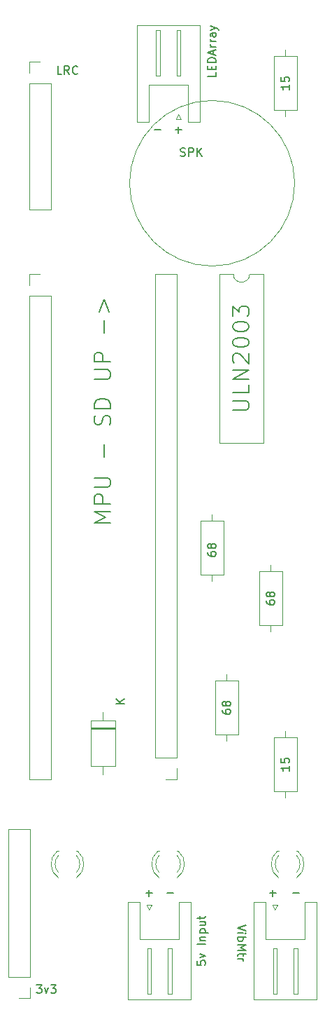
<source format=gto>
G04 #@! TF.GenerationSoftware,KiCad,Pcbnew,(5.1.10-1-10_14)*
G04 #@! TF.CreationDate,2021-07-19T21:53:09+01:00*
G04 #@! TF.ProjectId,sofbpcb,736f6662-7063-4622-9e6b-696361645f70,1*
G04 #@! TF.SameCoordinates,Original*
G04 #@! TF.FileFunction,Legend,Top*
G04 #@! TF.FilePolarity,Positive*
%FSLAX46Y46*%
G04 Gerber Fmt 4.6, Leading zero omitted, Abs format (unit mm)*
G04 Created by KiCad (PCBNEW (5.1.10-1-10_14)) date 2021-07-19 21:53:09*
%MOMM*%
%LPD*%
G01*
G04 APERTURE LIST*
%ADD10C,0.150000*%
%ADD11C,0.120000*%
G04 APERTURE END LIST*
D10*
X107513523Y-42362380D02*
X107037333Y-42362380D01*
X107037333Y-41362380D01*
X108418285Y-42362380D02*
X108084952Y-41886190D01*
X107846857Y-42362380D02*
X107846857Y-41362380D01*
X108227809Y-41362380D01*
X108323047Y-41410000D01*
X108370666Y-41457619D01*
X108418285Y-41552857D01*
X108418285Y-41695714D01*
X108370666Y-41790952D01*
X108323047Y-41838571D01*
X108227809Y-41886190D01*
X107846857Y-41886190D01*
X109418285Y-42267142D02*
X109370666Y-42314761D01*
X109227809Y-42362380D01*
X109132571Y-42362380D01*
X108989714Y-42314761D01*
X108894476Y-42219523D01*
X108846857Y-42124285D01*
X108799238Y-41933809D01*
X108799238Y-41790952D01*
X108846857Y-41600476D01*
X108894476Y-41505238D01*
X108989714Y-41410000D01*
X109132571Y-41362380D01*
X109227809Y-41362380D01*
X109370666Y-41410000D01*
X109418285Y-41457619D01*
X118745047Y-49093428D02*
X119506952Y-49093428D01*
X121285047Y-49093428D02*
X122046952Y-49093428D01*
X121666000Y-49474380D02*
X121666000Y-48712476D01*
X126182380Y-42147809D02*
X126182380Y-42624000D01*
X125182380Y-42624000D01*
X125658571Y-41814476D02*
X125658571Y-41481142D01*
X126182380Y-41338285D02*
X126182380Y-41814476D01*
X125182380Y-41814476D01*
X125182380Y-41338285D01*
X126182380Y-40909714D02*
X125182380Y-40909714D01*
X125182380Y-40671619D01*
X125230000Y-40528761D01*
X125325238Y-40433523D01*
X125420476Y-40385904D01*
X125610952Y-40338285D01*
X125753809Y-40338285D01*
X125944285Y-40385904D01*
X126039523Y-40433523D01*
X126134761Y-40528761D01*
X126182380Y-40671619D01*
X126182380Y-40909714D01*
X125896666Y-39957333D02*
X125896666Y-39481142D01*
X126182380Y-40052571D02*
X125182380Y-39719238D01*
X126182380Y-39385904D01*
X126182380Y-39052571D02*
X125515714Y-39052571D01*
X125706190Y-39052571D02*
X125610952Y-39004952D01*
X125563333Y-38957333D01*
X125515714Y-38862095D01*
X125515714Y-38766857D01*
X126182380Y-38433523D02*
X125515714Y-38433523D01*
X125706190Y-38433523D02*
X125610952Y-38385904D01*
X125563333Y-38338285D01*
X125515714Y-38243047D01*
X125515714Y-38147809D01*
X126182380Y-37385904D02*
X125658571Y-37385904D01*
X125563333Y-37433523D01*
X125515714Y-37528761D01*
X125515714Y-37719238D01*
X125563333Y-37814476D01*
X126134761Y-37385904D02*
X126182380Y-37481142D01*
X126182380Y-37719238D01*
X126134761Y-37814476D01*
X126039523Y-37862095D01*
X125944285Y-37862095D01*
X125849047Y-37814476D01*
X125801428Y-37719238D01*
X125801428Y-37481142D01*
X125753809Y-37385904D01*
X125515714Y-37004952D02*
X126182380Y-36766857D01*
X125515714Y-36528761D02*
X126182380Y-36766857D01*
X126420476Y-36862095D01*
X126468095Y-36909714D01*
X126515714Y-37004952D01*
X135072380Y-43624476D02*
X135072380Y-44195904D01*
X135072380Y-43910190D02*
X134072380Y-43910190D01*
X134215238Y-44005428D01*
X134310476Y-44100666D01*
X134358095Y-44195904D01*
X134072380Y-42719714D02*
X134072380Y-43195904D01*
X134548571Y-43243523D01*
X134500952Y-43195904D01*
X134453333Y-43100666D01*
X134453333Y-42862571D01*
X134500952Y-42767333D01*
X134548571Y-42719714D01*
X134643809Y-42672095D01*
X134881904Y-42672095D01*
X134977142Y-42719714D01*
X135024761Y-42767333D01*
X135072380Y-42862571D01*
X135072380Y-43100666D01*
X135024761Y-43195904D01*
X134977142Y-43243523D01*
X113426761Y-96534190D02*
X111426761Y-96534190D01*
X112855333Y-95867523D01*
X111426761Y-95200857D01*
X113426761Y-95200857D01*
X113426761Y-94248476D02*
X111426761Y-94248476D01*
X111426761Y-93486571D01*
X111522000Y-93296095D01*
X111617238Y-93200857D01*
X111807714Y-93105619D01*
X112093428Y-93105619D01*
X112283904Y-93200857D01*
X112379142Y-93296095D01*
X112474380Y-93486571D01*
X112474380Y-94248476D01*
X111426761Y-92248476D02*
X113045809Y-92248476D01*
X113236285Y-92153238D01*
X113331523Y-92058000D01*
X113426761Y-91867523D01*
X113426761Y-91486571D01*
X113331523Y-91296095D01*
X113236285Y-91200857D01*
X113045809Y-91105619D01*
X111426761Y-91105619D01*
X112664857Y-88629428D02*
X112664857Y-87105619D01*
X113331523Y-84724666D02*
X113426761Y-84438952D01*
X113426761Y-83962761D01*
X113331523Y-83772285D01*
X113236285Y-83677047D01*
X113045809Y-83581809D01*
X112855333Y-83581809D01*
X112664857Y-83677047D01*
X112569619Y-83772285D01*
X112474380Y-83962761D01*
X112379142Y-84343714D01*
X112283904Y-84534190D01*
X112188666Y-84629428D01*
X111998190Y-84724666D01*
X111807714Y-84724666D01*
X111617238Y-84629428D01*
X111522000Y-84534190D01*
X111426761Y-84343714D01*
X111426761Y-83867523D01*
X111522000Y-83581809D01*
X113426761Y-82724666D02*
X111426761Y-82724666D01*
X111426761Y-82248476D01*
X111522000Y-81962761D01*
X111712476Y-81772285D01*
X111902952Y-81677047D01*
X112283904Y-81581809D01*
X112569619Y-81581809D01*
X112950571Y-81677047D01*
X113141047Y-81772285D01*
X113331523Y-81962761D01*
X113426761Y-82248476D01*
X113426761Y-82724666D01*
X111426761Y-79200857D02*
X113045809Y-79200857D01*
X113236285Y-79105619D01*
X113331523Y-79010380D01*
X113426761Y-78819904D01*
X113426761Y-78438952D01*
X113331523Y-78248476D01*
X113236285Y-78153238D01*
X113045809Y-78058000D01*
X111426761Y-78058000D01*
X113426761Y-77105619D02*
X111426761Y-77105619D01*
X111426761Y-76343714D01*
X111522000Y-76153238D01*
X111617238Y-76058000D01*
X111807714Y-75962761D01*
X112093428Y-75962761D01*
X112283904Y-76058000D01*
X112379142Y-76153238D01*
X112474380Y-76343714D01*
X112474380Y-77105619D01*
X112664857Y-73581809D02*
X112664857Y-72058000D01*
X112093428Y-71105619D02*
X112664857Y-69581809D01*
X113236285Y-71105619D01*
X128190761Y-82946095D02*
X129809809Y-82946095D01*
X130000285Y-82850857D01*
X130095523Y-82755619D01*
X130190761Y-82565142D01*
X130190761Y-82184190D01*
X130095523Y-81993714D01*
X130000285Y-81898476D01*
X129809809Y-81803238D01*
X128190761Y-81803238D01*
X130190761Y-79898476D02*
X130190761Y-80850857D01*
X128190761Y-80850857D01*
X130190761Y-79231809D02*
X128190761Y-79231809D01*
X130190761Y-78088952D01*
X128190761Y-78088952D01*
X128381238Y-77231809D02*
X128286000Y-77136571D01*
X128190761Y-76946095D01*
X128190761Y-76469904D01*
X128286000Y-76279428D01*
X128381238Y-76184190D01*
X128571714Y-76088952D01*
X128762190Y-76088952D01*
X129047904Y-76184190D01*
X130190761Y-77327047D01*
X130190761Y-76088952D01*
X128190761Y-74850857D02*
X128190761Y-74660380D01*
X128286000Y-74469904D01*
X128381238Y-74374666D01*
X128571714Y-74279428D01*
X128952666Y-74184190D01*
X129428857Y-74184190D01*
X129809809Y-74279428D01*
X130000285Y-74374666D01*
X130095523Y-74469904D01*
X130190761Y-74660380D01*
X130190761Y-74850857D01*
X130095523Y-75041333D01*
X130000285Y-75136571D01*
X129809809Y-75231809D01*
X129428857Y-75327047D01*
X128952666Y-75327047D01*
X128571714Y-75231809D01*
X128381238Y-75136571D01*
X128286000Y-75041333D01*
X128190761Y-74850857D01*
X128190761Y-72946095D02*
X128190761Y-72755619D01*
X128286000Y-72565142D01*
X128381238Y-72469904D01*
X128571714Y-72374666D01*
X128952666Y-72279428D01*
X129428857Y-72279428D01*
X129809809Y-72374666D01*
X130000285Y-72469904D01*
X130095523Y-72565142D01*
X130190761Y-72755619D01*
X130190761Y-72946095D01*
X130095523Y-73136571D01*
X130000285Y-73231809D01*
X129809809Y-73327047D01*
X129428857Y-73422285D01*
X128952666Y-73422285D01*
X128571714Y-73327047D01*
X128381238Y-73231809D01*
X128286000Y-73136571D01*
X128190761Y-72946095D01*
X128190761Y-71612761D02*
X128190761Y-70374666D01*
X128952666Y-71041333D01*
X128952666Y-70755619D01*
X129047904Y-70565142D01*
X129143142Y-70469904D01*
X129333619Y-70374666D01*
X129809809Y-70374666D01*
X130000285Y-70469904D01*
X130095523Y-70565142D01*
X130190761Y-70755619D01*
X130190761Y-71327047D01*
X130095523Y-71517523D01*
X130000285Y-71612761D01*
X125182380Y-100107714D02*
X125182380Y-100298190D01*
X125230000Y-100393428D01*
X125277619Y-100441047D01*
X125420476Y-100536285D01*
X125610952Y-100583904D01*
X125991904Y-100583904D01*
X126087142Y-100536285D01*
X126134761Y-100488666D01*
X126182380Y-100393428D01*
X126182380Y-100202952D01*
X126134761Y-100107714D01*
X126087142Y-100060095D01*
X125991904Y-100012476D01*
X125753809Y-100012476D01*
X125658571Y-100060095D01*
X125610952Y-100107714D01*
X125563333Y-100202952D01*
X125563333Y-100393428D01*
X125610952Y-100488666D01*
X125658571Y-100536285D01*
X125753809Y-100583904D01*
X125610952Y-99441047D02*
X125563333Y-99536285D01*
X125515714Y-99583904D01*
X125420476Y-99631523D01*
X125372857Y-99631523D01*
X125277619Y-99583904D01*
X125230000Y-99536285D01*
X125182380Y-99441047D01*
X125182380Y-99250571D01*
X125230000Y-99155333D01*
X125277619Y-99107714D01*
X125372857Y-99060095D01*
X125420476Y-99060095D01*
X125515714Y-99107714D01*
X125563333Y-99155333D01*
X125610952Y-99250571D01*
X125610952Y-99441047D01*
X125658571Y-99536285D01*
X125706190Y-99583904D01*
X125801428Y-99631523D01*
X125991904Y-99631523D01*
X126087142Y-99583904D01*
X126134761Y-99536285D01*
X126182380Y-99441047D01*
X126182380Y-99250571D01*
X126134761Y-99155333D01*
X126087142Y-99107714D01*
X125991904Y-99060095D01*
X125801428Y-99060095D01*
X125706190Y-99107714D01*
X125658571Y-99155333D01*
X125610952Y-99250571D01*
X132294380Y-105949714D02*
X132294380Y-106140190D01*
X132342000Y-106235428D01*
X132389619Y-106283047D01*
X132532476Y-106378285D01*
X132722952Y-106425904D01*
X133103904Y-106425904D01*
X133199142Y-106378285D01*
X133246761Y-106330666D01*
X133294380Y-106235428D01*
X133294380Y-106044952D01*
X133246761Y-105949714D01*
X133199142Y-105902095D01*
X133103904Y-105854476D01*
X132865809Y-105854476D01*
X132770571Y-105902095D01*
X132722952Y-105949714D01*
X132675333Y-106044952D01*
X132675333Y-106235428D01*
X132722952Y-106330666D01*
X132770571Y-106378285D01*
X132865809Y-106425904D01*
X132722952Y-105283047D02*
X132675333Y-105378285D01*
X132627714Y-105425904D01*
X132532476Y-105473523D01*
X132484857Y-105473523D01*
X132389619Y-105425904D01*
X132342000Y-105378285D01*
X132294380Y-105283047D01*
X132294380Y-105092571D01*
X132342000Y-104997333D01*
X132389619Y-104949714D01*
X132484857Y-104902095D01*
X132532476Y-104902095D01*
X132627714Y-104949714D01*
X132675333Y-104997333D01*
X132722952Y-105092571D01*
X132722952Y-105283047D01*
X132770571Y-105378285D01*
X132818190Y-105425904D01*
X132913428Y-105473523D01*
X133103904Y-105473523D01*
X133199142Y-105425904D01*
X133246761Y-105378285D01*
X133294380Y-105283047D01*
X133294380Y-105092571D01*
X133246761Y-104997333D01*
X133199142Y-104949714D01*
X133103904Y-104902095D01*
X132913428Y-104902095D01*
X132818190Y-104949714D01*
X132770571Y-104997333D01*
X132722952Y-105092571D01*
X126960380Y-119157714D02*
X126960380Y-119348190D01*
X127008000Y-119443428D01*
X127055619Y-119491047D01*
X127198476Y-119586285D01*
X127388952Y-119633904D01*
X127769904Y-119633904D01*
X127865142Y-119586285D01*
X127912761Y-119538666D01*
X127960380Y-119443428D01*
X127960380Y-119252952D01*
X127912761Y-119157714D01*
X127865142Y-119110095D01*
X127769904Y-119062476D01*
X127531809Y-119062476D01*
X127436571Y-119110095D01*
X127388952Y-119157714D01*
X127341333Y-119252952D01*
X127341333Y-119443428D01*
X127388952Y-119538666D01*
X127436571Y-119586285D01*
X127531809Y-119633904D01*
X127388952Y-118491047D02*
X127341333Y-118586285D01*
X127293714Y-118633904D01*
X127198476Y-118681523D01*
X127150857Y-118681523D01*
X127055619Y-118633904D01*
X127008000Y-118586285D01*
X126960380Y-118491047D01*
X126960380Y-118300571D01*
X127008000Y-118205333D01*
X127055619Y-118157714D01*
X127150857Y-118110095D01*
X127198476Y-118110095D01*
X127293714Y-118157714D01*
X127341333Y-118205333D01*
X127388952Y-118300571D01*
X127388952Y-118491047D01*
X127436571Y-118586285D01*
X127484190Y-118633904D01*
X127579428Y-118681523D01*
X127769904Y-118681523D01*
X127865142Y-118633904D01*
X127912761Y-118586285D01*
X127960380Y-118491047D01*
X127960380Y-118300571D01*
X127912761Y-118205333D01*
X127865142Y-118157714D01*
X127769904Y-118110095D01*
X127579428Y-118110095D01*
X127484190Y-118157714D01*
X127436571Y-118205333D01*
X127388952Y-118300571D01*
X135072380Y-125920476D02*
X135072380Y-126491904D01*
X135072380Y-126206190D02*
X134072380Y-126206190D01*
X134215238Y-126301428D01*
X134310476Y-126396666D01*
X134358095Y-126491904D01*
X134072380Y-125015714D02*
X134072380Y-125491904D01*
X134548571Y-125539523D01*
X134500952Y-125491904D01*
X134453333Y-125396666D01*
X134453333Y-125158571D01*
X134500952Y-125063333D01*
X134548571Y-125015714D01*
X134643809Y-124968095D01*
X134881904Y-124968095D01*
X134977142Y-125015714D01*
X135024761Y-125063333D01*
X135072380Y-125158571D01*
X135072380Y-125396666D01*
X135024761Y-125491904D01*
X134977142Y-125539523D01*
X129833619Y-145129523D02*
X128833619Y-145462857D01*
X129833619Y-145796190D01*
X128833619Y-146129523D02*
X129500285Y-146129523D01*
X129833619Y-146129523D02*
X129786000Y-146081904D01*
X129738380Y-146129523D01*
X129786000Y-146177142D01*
X129833619Y-146129523D01*
X129738380Y-146129523D01*
X128833619Y-146605714D02*
X129833619Y-146605714D01*
X129452666Y-146605714D02*
X129500285Y-146700952D01*
X129500285Y-146891428D01*
X129452666Y-146986666D01*
X129405047Y-147034285D01*
X129309809Y-147081904D01*
X129024095Y-147081904D01*
X128928857Y-147034285D01*
X128881238Y-146986666D01*
X128833619Y-146891428D01*
X128833619Y-146700952D01*
X128881238Y-146605714D01*
X128833619Y-147510476D02*
X129833619Y-147510476D01*
X129119333Y-147843809D01*
X129833619Y-148177142D01*
X128833619Y-148177142D01*
X129500285Y-148510476D02*
X129500285Y-148891428D01*
X129833619Y-148653333D02*
X128976476Y-148653333D01*
X128881238Y-148700952D01*
X128833619Y-148796190D01*
X128833619Y-148891428D01*
X128833619Y-149224761D02*
X129500285Y-149224761D01*
X129309809Y-149224761D02*
X129405047Y-149272380D01*
X129452666Y-149320000D01*
X129500285Y-149415238D01*
X129500285Y-149510476D01*
X123912380Y-149470761D02*
X123912380Y-149946952D01*
X124388571Y-149994571D01*
X124340952Y-149946952D01*
X124293333Y-149851714D01*
X124293333Y-149613619D01*
X124340952Y-149518380D01*
X124388571Y-149470761D01*
X124483809Y-149423142D01*
X124721904Y-149423142D01*
X124817142Y-149470761D01*
X124864761Y-149518380D01*
X124912380Y-149613619D01*
X124912380Y-149851714D01*
X124864761Y-149946952D01*
X124817142Y-149994571D01*
X124245714Y-149089809D02*
X124912380Y-148851714D01*
X124245714Y-148613619D01*
X124912380Y-147470761D02*
X123912380Y-147470761D01*
X124245714Y-146994571D02*
X124912380Y-146994571D01*
X124340952Y-146994571D02*
X124293333Y-146946952D01*
X124245714Y-146851714D01*
X124245714Y-146708857D01*
X124293333Y-146613619D01*
X124388571Y-146566000D01*
X124912380Y-146566000D01*
X124245714Y-146089809D02*
X125245714Y-146089809D01*
X124293333Y-146089809D02*
X124245714Y-145994571D01*
X124245714Y-145804095D01*
X124293333Y-145708857D01*
X124340952Y-145661238D01*
X124436190Y-145613619D01*
X124721904Y-145613619D01*
X124817142Y-145661238D01*
X124864761Y-145708857D01*
X124912380Y-145804095D01*
X124912380Y-145994571D01*
X124864761Y-146089809D01*
X124245714Y-144756476D02*
X124912380Y-144756476D01*
X124245714Y-145185047D02*
X124769523Y-145185047D01*
X124864761Y-145137428D01*
X124912380Y-145042190D01*
X124912380Y-144899333D01*
X124864761Y-144804095D01*
X124817142Y-144756476D01*
X124245714Y-144423142D02*
X124245714Y-144042190D01*
X123912380Y-144280285D02*
X124769523Y-144280285D01*
X124864761Y-144232666D01*
X124912380Y-144137428D01*
X124912380Y-144042190D01*
X104473523Y-152360380D02*
X105092571Y-152360380D01*
X104759238Y-152741333D01*
X104902095Y-152741333D01*
X104997333Y-152788952D01*
X105044952Y-152836571D01*
X105092571Y-152931809D01*
X105092571Y-153169904D01*
X105044952Y-153265142D01*
X104997333Y-153312761D01*
X104902095Y-153360380D01*
X104616380Y-153360380D01*
X104521142Y-153312761D01*
X104473523Y-153265142D01*
X105425904Y-152693714D02*
X105664000Y-153360380D01*
X105902095Y-152693714D01*
X106187809Y-152360380D02*
X106806857Y-152360380D01*
X106473523Y-152741333D01*
X106616380Y-152741333D01*
X106711619Y-152788952D01*
X106759238Y-152836571D01*
X106806857Y-152931809D01*
X106806857Y-153169904D01*
X106759238Y-153265142D01*
X106711619Y-153312761D01*
X106616380Y-153360380D01*
X106330666Y-153360380D01*
X106235428Y-153312761D01*
X106187809Y-153265142D01*
X135509047Y-141295428D02*
X136270952Y-141295428D01*
X132715047Y-141295428D02*
X133476952Y-141295428D01*
X133096000Y-141676380D02*
X133096000Y-140914476D01*
X120269047Y-141295428D02*
X121030952Y-141295428D01*
X117729047Y-141295428D02*
X118490952Y-141295428D01*
X118110000Y-141676380D02*
X118110000Y-140914476D01*
X121904285Y-52220761D02*
X122047142Y-52268380D01*
X122285238Y-52268380D01*
X122380476Y-52220761D01*
X122428095Y-52173142D01*
X122475714Y-52077904D01*
X122475714Y-51982666D01*
X122428095Y-51887428D01*
X122380476Y-51839809D01*
X122285238Y-51792190D01*
X122094761Y-51744571D01*
X121999523Y-51696952D01*
X121951904Y-51649333D01*
X121904285Y-51554095D01*
X121904285Y-51458857D01*
X121951904Y-51363619D01*
X121999523Y-51316000D01*
X122094761Y-51268380D01*
X122332857Y-51268380D01*
X122475714Y-51316000D01*
X122904285Y-52268380D02*
X122904285Y-51268380D01*
X123285238Y-51268380D01*
X123380476Y-51316000D01*
X123428095Y-51363619D01*
X123475714Y-51458857D01*
X123475714Y-51601714D01*
X123428095Y-51696952D01*
X123380476Y-51744571D01*
X123285238Y-51792190D01*
X122904285Y-51792190D01*
X123904285Y-52268380D02*
X123904285Y-51268380D01*
X124475714Y-52268380D02*
X124047142Y-51696952D01*
X124475714Y-51268380D02*
X123904285Y-51839809D01*
D11*
X135730000Y-55532000D02*
G75*
G03*
X135730000Y-55532000I-10000000J0D01*
G01*
X103572000Y-58734000D02*
X106232000Y-58734000D01*
X103572000Y-43434000D02*
X103572000Y-58734000D01*
X106232000Y-43434000D02*
X106232000Y-58734000D01*
X103572000Y-43434000D02*
X106232000Y-43434000D01*
X103572000Y-42164000D02*
X103572000Y-40834000D01*
X103572000Y-40834000D02*
X104902000Y-40834000D01*
X118410000Y-142680000D02*
X118110000Y-143280000D01*
X117810000Y-142680000D02*
X118410000Y-142680000D01*
X118110000Y-143280000D02*
X117810000Y-142680000D01*
X120860000Y-147980000D02*
X120360000Y-147980000D01*
X120860000Y-153480000D02*
X120860000Y-147980000D01*
X120360000Y-153480000D02*
X120860000Y-153480000D01*
X120360000Y-147980000D02*
X120360000Y-153480000D01*
X118360000Y-147980000D02*
X117860000Y-147980000D01*
X118360000Y-153480000D02*
X118360000Y-147980000D01*
X117860000Y-153480000D02*
X118360000Y-153480000D01*
X117860000Y-147980000D02*
X117860000Y-153480000D01*
X121750000Y-146870000D02*
X119360000Y-146870000D01*
X121750000Y-142370000D02*
X121750000Y-146870000D01*
X123170000Y-142370000D02*
X121750000Y-142370000D01*
X123170000Y-154090000D02*
X123170000Y-142370000D01*
X119360000Y-154090000D02*
X123170000Y-154090000D01*
X116970000Y-146870000D02*
X119360000Y-146870000D01*
X116970000Y-142370000D02*
X116970000Y-146870000D01*
X115550000Y-142370000D02*
X116970000Y-142370000D01*
X115550000Y-154090000D02*
X115550000Y-142370000D01*
X119360000Y-154090000D02*
X115550000Y-154090000D01*
X120416000Y-36410000D02*
X124226000Y-36410000D01*
X124226000Y-36410000D02*
X124226000Y-48130000D01*
X124226000Y-48130000D02*
X122806000Y-48130000D01*
X122806000Y-48130000D02*
X122806000Y-43630000D01*
X122806000Y-43630000D02*
X120416000Y-43630000D01*
X120416000Y-36410000D02*
X116606000Y-36410000D01*
X116606000Y-36410000D02*
X116606000Y-48130000D01*
X116606000Y-48130000D02*
X118026000Y-48130000D01*
X118026000Y-48130000D02*
X118026000Y-43630000D01*
X118026000Y-43630000D02*
X120416000Y-43630000D01*
X121916000Y-42520000D02*
X121916000Y-37020000D01*
X121916000Y-37020000D02*
X121416000Y-37020000D01*
X121416000Y-37020000D02*
X121416000Y-42520000D01*
X121416000Y-42520000D02*
X121916000Y-42520000D01*
X119416000Y-42520000D02*
X119416000Y-37020000D01*
X119416000Y-37020000D02*
X118916000Y-37020000D01*
X118916000Y-37020000D02*
X118916000Y-42520000D01*
X118916000Y-42520000D02*
X119416000Y-42520000D01*
X121666000Y-47220000D02*
X121966000Y-47820000D01*
X121966000Y-47820000D02*
X121366000Y-47820000D01*
X121366000Y-47820000D02*
X121666000Y-47220000D01*
X134600000Y-154090000D02*
X130790000Y-154090000D01*
X130790000Y-154090000D02*
X130790000Y-142370000D01*
X130790000Y-142370000D02*
X132210000Y-142370000D01*
X132210000Y-142370000D02*
X132210000Y-146870000D01*
X132210000Y-146870000D02*
X134600000Y-146870000D01*
X134600000Y-154090000D02*
X138410000Y-154090000D01*
X138410000Y-154090000D02*
X138410000Y-142370000D01*
X138410000Y-142370000D02*
X136990000Y-142370000D01*
X136990000Y-142370000D02*
X136990000Y-146870000D01*
X136990000Y-146870000D02*
X134600000Y-146870000D01*
X133100000Y-147980000D02*
X133100000Y-153480000D01*
X133100000Y-153480000D02*
X133600000Y-153480000D01*
X133600000Y-153480000D02*
X133600000Y-147980000D01*
X133600000Y-147980000D02*
X133100000Y-147980000D01*
X135600000Y-147980000D02*
X135600000Y-153480000D01*
X135600000Y-153480000D02*
X136100000Y-153480000D01*
X136100000Y-153480000D02*
X136100000Y-147980000D01*
X136100000Y-147980000D02*
X135600000Y-147980000D01*
X133350000Y-143280000D02*
X133050000Y-142680000D01*
X133050000Y-142680000D02*
X133650000Y-142680000D01*
X133650000Y-142680000D02*
X133350000Y-143280000D01*
X103572000Y-127568000D02*
X106232000Y-127568000D01*
X103572000Y-69088000D02*
X103572000Y-127568000D01*
X106232000Y-69088000D02*
X106232000Y-127568000D01*
X103572000Y-69088000D02*
X106232000Y-69088000D01*
X103572000Y-67818000D02*
X103572000Y-66488000D01*
X103572000Y-66488000D02*
X104902000Y-66488000D01*
X121472000Y-127548000D02*
X120142000Y-127548000D01*
X121472000Y-126218000D02*
X121472000Y-127548000D01*
X121472000Y-124948000D02*
X118812000Y-124948000D01*
X118812000Y-124948000D02*
X118812000Y-66468000D01*
X121472000Y-124948000D02*
X121472000Y-66468000D01*
X121472000Y-66468000D02*
X118812000Y-66468000D01*
X135990000Y-40164000D02*
X133250000Y-40164000D01*
X133250000Y-40164000D02*
X133250000Y-46704000D01*
X133250000Y-46704000D02*
X135990000Y-46704000D01*
X135990000Y-46704000D02*
X135990000Y-40164000D01*
X134620000Y-39394000D02*
X134620000Y-40164000D01*
X134620000Y-47474000D02*
X134620000Y-46704000D01*
X132842000Y-101624000D02*
X132842000Y-102394000D01*
X132842000Y-109704000D02*
X132842000Y-108934000D01*
X131472000Y-102394000D02*
X131472000Y-108934000D01*
X134212000Y-102394000D02*
X131472000Y-102394000D01*
X134212000Y-108934000D02*
X134212000Y-102394000D01*
X131472000Y-108934000D02*
X134212000Y-108934000D01*
X126138000Y-122142000D02*
X128878000Y-122142000D01*
X128878000Y-122142000D02*
X128878000Y-115602000D01*
X128878000Y-115602000D02*
X126138000Y-115602000D01*
X126138000Y-115602000D02*
X126138000Y-122142000D01*
X127508000Y-122912000D02*
X127508000Y-122142000D01*
X127508000Y-114832000D02*
X127508000Y-115602000D01*
X125730000Y-95528000D02*
X125730000Y-96298000D01*
X125730000Y-103608000D02*
X125730000Y-102838000D01*
X124360000Y-96298000D02*
X124360000Y-102838000D01*
X127100000Y-96298000D02*
X124360000Y-96298000D01*
X127100000Y-102838000D02*
X127100000Y-96298000D01*
X124360000Y-102838000D02*
X127100000Y-102838000D01*
X133250000Y-129000000D02*
X135990000Y-129000000D01*
X135990000Y-129000000D02*
X135990000Y-122460000D01*
X135990000Y-122460000D02*
X133250000Y-122460000D01*
X133250000Y-122460000D02*
X133250000Y-129000000D01*
X134620000Y-129770000D02*
X134620000Y-129000000D01*
X134620000Y-121690000D02*
X134620000Y-122460000D01*
X128286000Y-66488000D02*
X126636000Y-66488000D01*
X126636000Y-66488000D02*
X126636000Y-86928000D01*
X126636000Y-86928000D02*
X131936000Y-86928000D01*
X131936000Y-86928000D02*
X131936000Y-66488000D01*
X131936000Y-66488000D02*
X130286000Y-66488000D01*
X130286000Y-66488000D02*
G75*
G02*
X128286000Y-66488000I-1000000J0D01*
G01*
X103692000Y-153984000D02*
X102362000Y-153984000D01*
X103692000Y-152654000D02*
X103692000Y-153984000D01*
X103692000Y-151384000D02*
X101032000Y-151384000D01*
X101032000Y-151384000D02*
X101032000Y-133544000D01*
X103692000Y-151384000D02*
X103692000Y-133544000D01*
X103692000Y-133544000D02*
X101032000Y-133544000D01*
X113992000Y-121250000D02*
X111052000Y-121250000D01*
X113992000Y-121490000D02*
X111052000Y-121490000D01*
X113992000Y-121370000D02*
X111052000Y-121370000D01*
X112522000Y-126930000D02*
X112522000Y-125910000D01*
X112522000Y-119450000D02*
X112522000Y-120470000D01*
X113992000Y-125910000D02*
X113992000Y-120470000D01*
X111052000Y-125910000D02*
X113992000Y-125910000D01*
X111052000Y-120470000D02*
X111052000Y-125910000D01*
X113992000Y-120470000D02*
X111052000Y-120470000D01*
X133794000Y-136210000D02*
X133638000Y-136210000D01*
X136110000Y-136210000D02*
X135954000Y-136210000D01*
X135952608Y-139442335D02*
G75*
G03*
X136109516Y-136210000I-1078608J1672335D01*
G01*
X133795392Y-139442335D02*
G75*
G02*
X133638484Y-136210000I1078608J1672335D01*
G01*
X135953837Y-138811130D02*
G75*
G03*
X135954000Y-136729039I-1079837J1041130D01*
G01*
X133794163Y-138811130D02*
G75*
G02*
X133794000Y-136729039I1079837J1041130D01*
G01*
X121632000Y-136210000D02*
X121476000Y-136210000D01*
X119316000Y-136210000D02*
X119160000Y-136210000D01*
X119316163Y-138811130D02*
G75*
G02*
X119316000Y-136729039I1079837J1041130D01*
G01*
X121475837Y-138811130D02*
G75*
G03*
X121476000Y-136729039I-1079837J1041130D01*
G01*
X119317392Y-139442335D02*
G75*
G02*
X119160484Y-136210000I1078608J1672335D01*
G01*
X121474608Y-139442335D02*
G75*
G03*
X121631516Y-136210000I-1078608J1672335D01*
G01*
X107124000Y-136210000D02*
X106968000Y-136210000D01*
X109440000Y-136210000D02*
X109284000Y-136210000D01*
X109282608Y-139442335D02*
G75*
G03*
X109439516Y-136210000I-1078608J1672335D01*
G01*
X107125392Y-139442335D02*
G75*
G02*
X106968484Y-136210000I1078608J1672335D01*
G01*
X109283837Y-138811130D02*
G75*
G03*
X109284000Y-136729039I-1079837J1041130D01*
G01*
X107124163Y-138811130D02*
G75*
G02*
X107124000Y-136729039I1079837J1041130D01*
G01*
D10*
X115074380Y-118371904D02*
X114074380Y-118371904D01*
X115074380Y-117800476D02*
X114502952Y-118229047D01*
X114074380Y-117800476D02*
X114645809Y-118371904D01*
M02*

</source>
